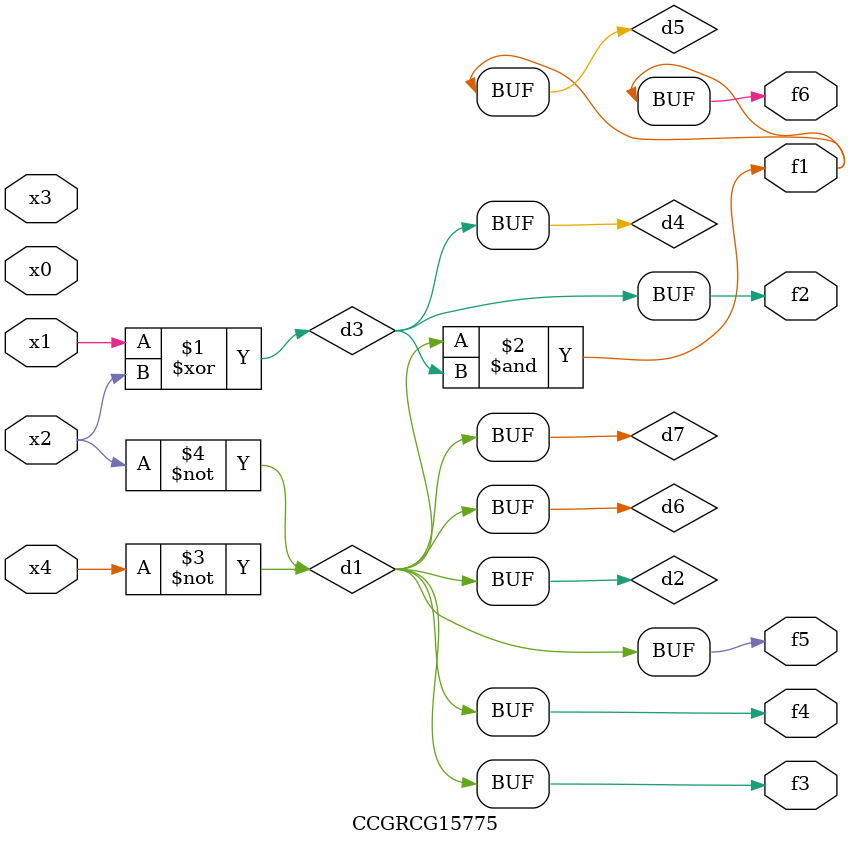
<source format=v>
module CCGRCG15775(
	input x0, x1, x2, x3, x4,
	output f1, f2, f3, f4, f5, f6
);

	wire d1, d2, d3, d4, d5, d6, d7;

	not (d1, x4);
	not (d2, x2);
	xor (d3, x1, x2);
	buf (d4, d3);
	and (d5, d1, d3);
	buf (d6, d1, d2);
	buf (d7, d2);
	assign f1 = d5;
	assign f2 = d4;
	assign f3 = d7;
	assign f4 = d7;
	assign f5 = d7;
	assign f6 = d5;
endmodule

</source>
